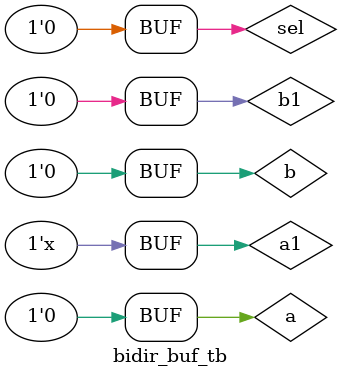
<source format=v>
module bidir_buf_tb ();

reg a, b, sel;
wire a1, b1;



bidir_buf DUT (a1,b1,sel); 

assign a1=sel?a:1'bz;
assign b1=~sel?b:1'bz;

initial begin


    a=1'b1; b=1'b0;  sel= 1'b1;
    #50 a=1'b1; b=1'b0; sel= 1'b0;
    #50 a=1'b1; b=1'b1; sel= 1'b1;
    #50 a=1'b0; b=1'b0; sel= 1'b0;


end
initial $monitor("a1=%b,b1=%b,sel=%b",a1,b1,sel);
endmodule

/*

module bidir_buf_tb();
wire a,b;
reg ctrl;reg tempa,tempb;
integer i;
bidir_buf DUT(a,b,ctrl);
assign a=ctrl?tempa:1'bz;
assign b=~ctrl?tempb:1'bz;
initial begin 
    for(i=0;i<8;i=i+1)
    begin {tempa,tempb,ctrl}=i;#10;
        end
        end
        initial $monitor("a=%b,b=%b,ctrl=%b",a,b,ctrl);
    endmodule
*/
</source>
